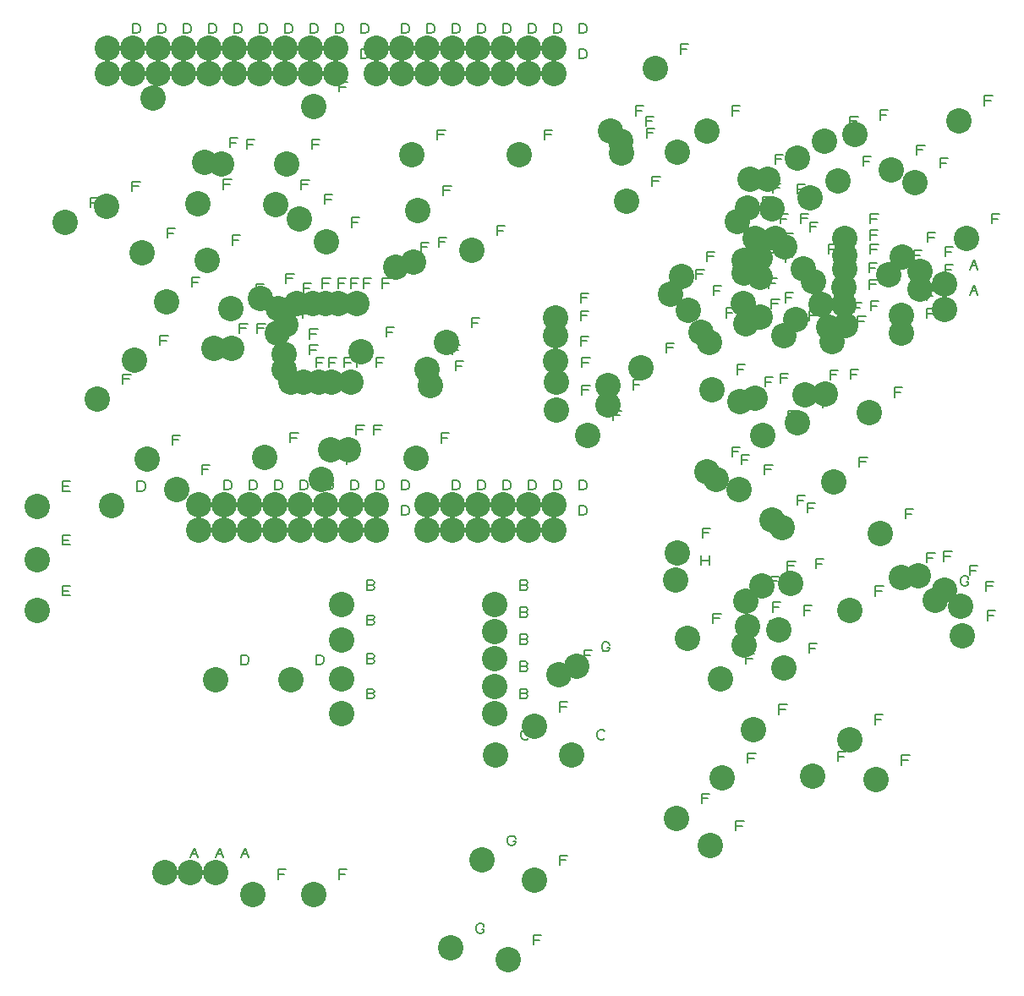
<source format=gbr>
%FSLAX23Y23*%
%MOIN*%
G04 EasyPC Gerber Version 17.0 Build 3379 *
%ADD77C,0.00500*%
%ADD76C,0.10000*%
X0Y0D02*
D02*
D76*
X464Y1678D03*
Y1878D03*
Y2091D03*
X575Y3209D03*
X702Y2514D03*
X739Y3274D03*
X740Y3795D03*
Y3895D03*
X759Y2092D03*
X840Y3795D03*
Y3895D03*
X849Y2665D03*
X877Y3089D03*
X897Y2275D03*
X920Y3701D03*
X940Y3795D03*
Y3895D03*
X968Y646D03*
X974Y2896D03*
X1013Y2157D03*
X1040Y3795D03*
Y3895D03*
X1068Y646D03*
X1098Y3282D03*
X1100Y1995D03*
Y2095D03*
X1124Y3445D03*
X1133Y3061D03*
X1140Y3795D03*
Y3895D03*
X1162Y2714D03*
X1168Y1407D03*
X1168Y646D03*
X1191Y3439D03*
X1200Y1995D03*
Y2095D03*
X1227Y2869D03*
X1232Y2714D03*
X1240Y3795D03*
Y3895D03*
X1300Y1995D03*
Y2095D03*
X1314Y561D03*
X1340Y3795D03*
Y3895D03*
X1345Y2910D03*
X1362Y2283D03*
X1400Y1995D03*
Y2095D03*
X1405Y3280D03*
X1412Y2773D03*
X1413Y2871D03*
X1439Y2628D03*
Y2691D03*
X1440Y3795D03*
Y3895D03*
X1446Y2807D03*
X1448Y3439D03*
X1463Y1407D03*
X1464Y2578D03*
X1489Y2891D03*
X1498Y3223D03*
X1500Y1995D03*
Y2095D03*
X1514Y2578D03*
X1540Y3795D03*
Y3895D03*
X1551Y2891D03*
X1554Y561D03*
X1556Y3666D03*
X1576Y2578D03*
X1583Y2196D03*
X1600Y1995D03*
Y2095D03*
X1601Y2891D03*
X1604Y3132D03*
X1622Y2314D03*
X1626Y2578D03*
X1640Y3795D03*
Y3895D03*
X1651Y2891D03*
X1664Y1274D03*
X1664Y1411D03*
Y1702D03*
X1664Y1564D03*
X1692Y2314D03*
X1700Y1995D03*
Y2095D03*
X1701Y2578D03*
X1726Y2891D03*
X1740Y2699D03*
X1800Y1995D03*
Y2095D03*
Y3795D03*
Y3895D03*
X1877Y3034D03*
X1900Y3795D03*
Y3895D03*
X1942Y3477D03*
X1947Y3054D03*
X1957Y2281D03*
X1966Y3257D03*
X2000Y1995D03*
Y2095D03*
Y3795D03*
Y3895D03*
X2001Y2628D03*
X2014Y2566D03*
X2077Y2736D03*
X2095Y348D03*
X2100Y1995D03*
Y2095D03*
Y3795D03*
Y3895D03*
X2177Y3099D03*
X2200Y1995D03*
Y2095D03*
Y3795D03*
Y3895D03*
X2219Y695D03*
X2268Y1381D03*
Y1488D03*
Y1702D03*
X2268Y1595D03*
X2268Y1274D03*
X2271Y1111D03*
X2300Y1995D03*
Y2095D03*
Y3795D03*
Y3895D03*
X2320Y303D03*
X2365Y3477D03*
X2400Y1995D03*
Y2095D03*
Y3795D03*
Y3895D03*
X2424Y617D03*
X2425Y1222D03*
X2500Y1995D03*
Y2095D03*
Y3795D03*
Y3895D03*
X2507Y2664D03*
Y2764D03*
Y2834D03*
X2512Y2579D03*
X2512Y2471D03*
X2521Y1425D03*
X2571Y1111D03*
X2590Y1458D03*
X2636Y2369D03*
X2714Y2491D03*
Y2566D03*
X2723Y3571D03*
X2763Y3530D03*
X2767Y3484D03*
X2789Y3294D03*
X2845Y2637D03*
X2900Y3815D03*
X2962Y2927D03*
X2982Y1799D03*
X2983Y861D03*
X2987Y1906D03*
Y3486D03*
X3005Y2997D03*
X3029Y1571D03*
X3030Y2862D03*
X3080Y2775D03*
X3104Y2227D03*
X3105Y3571D03*
X3114Y2735D03*
X3118Y752D03*
X3124Y2551D03*
X3140Y2196D03*
X3159Y1411D03*
X3166Y1019D03*
X3225Y3212D03*
X3232Y2157D03*
X3234Y2503D03*
X3249Y2891D03*
X3250Y3010D03*
X3252Y1542D03*
Y3061D03*
X3257Y1717D03*
X3259Y2810D03*
X3264Y1615D03*
X3265Y3267D03*
X3273Y3380D03*
X3289Y1211D03*
X3294Y3146D03*
X3295Y2517D03*
X3314Y2835D03*
X3315Y2993D03*
Y3068D03*
X3322Y1777D03*
X3324Y2369D03*
X3343Y3380D03*
X3360Y3262D03*
X3361Y2036D03*
X3375Y3147D03*
X3387Y1602D03*
X3401Y2006D03*
X3407Y1453D03*
X3408Y2764D03*
X3411Y3114D03*
X3433Y1786D03*
X3453Y2826D03*
X3460Y2419D03*
X3461Y3463D03*
X3484Y3026D03*
X3491Y2530D03*
X3510Y3307D03*
X3521Y1025D03*
X3523Y2975D03*
X3554Y2886D03*
X3569Y3530D03*
X3570Y2532D03*
X3584Y2796D03*
X3599Y2741D03*
X3606Y2187D03*
X3620Y3372D03*
X3644Y2952D03*
X3645Y2887D03*
X3648Y3081D03*
X3649Y3026D03*
Y3146D03*
X3650Y2802D03*
X3667Y1171D03*
X3669Y1678D03*
X3687Y3555D03*
X3744Y2461D03*
X3772Y1012D03*
X3787Y1983D03*
X3820Y3002D03*
X3831Y3417D03*
X3870Y2772D03*
Y2842D03*
X3871Y1809D03*
X3875Y3072D03*
X3924Y3366D03*
X3938Y1815D03*
X3944Y2946D03*
Y3016D03*
X4005Y1718D03*
X4040Y1759D03*
X4041Y2865D03*
Y2965D03*
X4099Y3611D03*
X4105Y1697D03*
X4111Y1581D03*
X4127Y3146D03*
D02*
D77*
X564Y1738D02*
Y1775D01*
X595*
X589Y1756D02*
X564D01*
Y1738D02*
X595D01*
X564Y1938D02*
Y1975D01*
X595*
X589Y1956D02*
X564D01*
Y1938D02*
X595D01*
X564Y2150D02*
Y2188D01*
X595*
X589Y2169D02*
X564D01*
Y2150D02*
X595D01*
X675Y3269D02*
Y3306D01*
X707*
X700Y3287D02*
X675D01*
X802Y2574D02*
Y2611D01*
X833*
X827Y2592D02*
X802D01*
X839Y3334D02*
Y3371D01*
X870*
X864Y3352D02*
X839D01*
X840Y3855D02*
Y3892D01*
X859*
X865Y3889*
X868Y3886*
X871Y3880*
Y3867*
X868Y3861*
X865Y3858*
X859Y3855*
X840*
Y3955D02*
Y3992D01*
X859*
X865Y3989*
X868Y3986*
X871Y3980*
Y3967*
X868Y3961*
X865Y3958*
X859Y3955*
X840*
X859Y2151D02*
Y2189D01*
X877*
X884Y2186*
X887Y2182*
X890Y2176*
Y2164*
X887Y2157*
X884Y2154*
X877Y2151*
X859*
X940Y3855D02*
Y3892D01*
X959*
X965Y3889*
X968Y3886*
X971Y3880*
Y3867*
X968Y3861*
X965Y3858*
X959Y3855*
X940*
Y3955D02*
Y3992D01*
X959*
X965Y3989*
X968Y3986*
X971Y3980*
Y3967*
X968Y3961*
X965Y3958*
X959Y3955*
X940*
X949Y2725D02*
Y2762D01*
X980*
X974Y2743D02*
X949D01*
X977Y3149D02*
Y3186D01*
X1008*
X1002Y3167D02*
X977D01*
X997Y2334D02*
Y2371D01*
X1029*
X1022Y2353D02*
X997D01*
X1020Y3760D02*
Y3798D01*
X1051*
X1045Y3779D02*
X1020D01*
X1040Y3855D02*
Y3892D01*
X1059*
X1065Y3889*
X1068Y3886*
X1071Y3880*
Y3867*
X1068Y3861*
X1065Y3858*
X1059Y3855*
X1040*
Y3955D02*
Y3992D01*
X1059*
X1065Y3989*
X1068Y3986*
X1071Y3980*
Y3967*
X1068Y3961*
X1065Y3958*
X1059Y3955*
X1040*
X1068Y705D02*
X1084Y743D01*
X1099Y705*
X1074Y721D02*
X1093D01*
X1074Y2955D02*
Y2993D01*
X1105*
X1099Y2974D02*
X1074D01*
X1113Y2217D02*
Y2254D01*
X1145*
X1138Y2235D02*
X1113D01*
X1140Y3855D02*
Y3892D01*
X1159*
X1165Y3889*
X1168Y3886*
X1171Y3880*
Y3867*
X1168Y3861*
X1165Y3858*
X1159Y3855*
X1140*
Y3955D02*
Y3992D01*
X1159*
X1165Y3989*
X1168Y3986*
X1171Y3980*
Y3967*
X1168Y3961*
X1165Y3958*
X1159Y3955*
X1140*
X1168Y705D02*
X1184Y743D01*
X1199Y705*
X1174Y721D02*
X1193D01*
X1198Y3341D02*
Y3379D01*
X1230*
X1223Y3360D02*
X1198D01*
X1200Y2055D02*
Y2092D01*
X1219*
X1225Y2089*
X1228Y2086*
X1231Y2080*
Y2067*
X1228Y2061*
X1225Y2058*
X1219Y2055*
X1200*
Y2155D02*
Y2192D01*
X1219*
X1225Y2189*
X1228Y2186*
X1231Y2180*
Y2167*
X1228Y2161*
X1225Y2158*
X1219Y2155*
X1200*
X1224Y3505D02*
Y3542D01*
X1256*
X1249Y3523D02*
X1224D01*
X1233Y3120D02*
Y3158D01*
X1264*
X1258Y3139D02*
X1233D01*
X1240Y3855D02*
Y3892D01*
X1259*
X1265Y3889*
X1268Y3886*
X1271Y3880*
Y3867*
X1268Y3861*
X1265Y3858*
X1259Y3855*
X1240*
Y3955D02*
Y3992D01*
X1259*
X1265Y3989*
X1268Y3986*
X1271Y3980*
Y3967*
X1268Y3961*
X1265Y3958*
X1259Y3955*
X1240*
X1262Y2774D02*
Y2811D01*
X1293*
X1287Y2792D02*
X1262D01*
X1268Y1467D02*
Y1504D01*
X1287*
X1293Y1501*
X1296Y1498*
X1299Y1492*
Y1479*
X1296Y1473*
X1293Y1470*
X1287Y1467*
X1268*
X1268Y705D02*
X1284Y743D01*
X1299Y705*
X1274Y721D02*
X1293D01*
X1291Y3498D02*
Y3536D01*
X1322*
X1316Y3517D02*
X1291D01*
X1300Y2055D02*
Y2092D01*
X1319*
X1325Y2089*
X1328Y2086*
X1331Y2080*
Y2067*
X1328Y2061*
X1325Y2058*
X1319Y2055*
X1300*
Y2155D02*
Y2192D01*
X1319*
X1325Y2189*
X1328Y2186*
X1331Y2180*
Y2167*
X1328Y2161*
X1325Y2158*
X1319Y2155*
X1300*
X1327Y2929D02*
Y2966D01*
X1358*
X1352Y2947D02*
X1327D01*
X1332Y2774D02*
Y2811D01*
X1363*
X1357Y2792D02*
X1332D01*
X1340Y3855D02*
Y3892D01*
X1359*
X1365Y3889*
X1368Y3886*
X1371Y3880*
Y3867*
X1368Y3861*
X1365Y3858*
X1359Y3855*
X1340*
Y3955D02*
Y3992D01*
X1359*
X1365Y3989*
X1368Y3986*
X1371Y3980*
Y3967*
X1368Y3961*
X1365Y3958*
X1359Y3955*
X1340*
X1400Y2055D02*
Y2092D01*
X1419*
X1425Y2089*
X1428Y2086*
X1431Y2080*
Y2067*
X1428Y2061*
X1425Y2058*
X1419Y2055*
X1400*
Y2155D02*
Y2192D01*
X1419*
X1425Y2189*
X1428Y2186*
X1431Y2180*
Y2167*
X1428Y2161*
X1425Y2158*
X1419Y2155*
X1400*
X1414Y620D02*
Y658D01*
X1445*
X1439Y639D02*
X1414D01*
X1440Y3855D02*
Y3892D01*
X1459*
X1465Y3889*
X1468Y3886*
X1471Y3880*
Y3867*
X1468Y3861*
X1465Y3858*
X1459Y3855*
X1440*
Y3955D02*
Y3992D01*
X1459*
X1465Y3989*
X1468Y3986*
X1471Y3980*
Y3967*
X1468Y3961*
X1465Y3958*
X1459Y3955*
X1440*
X1445Y2969D02*
Y3007D01*
X1477*
X1470Y2988D02*
X1445D01*
X1462Y2343D02*
Y2380D01*
X1493*
X1487Y2361D02*
X1462D01*
X1500Y2055D02*
Y2092D01*
X1519*
X1525Y2089*
X1528Y2086*
X1531Y2080*
Y2067*
X1528Y2061*
X1525Y2058*
X1519Y2055*
X1500*
Y2155D02*
Y2192D01*
X1519*
X1525Y2189*
X1528Y2186*
X1531Y2180*
Y2167*
X1528Y2161*
X1525Y2158*
X1519Y2155*
X1500*
X1505Y3340D02*
Y3377D01*
X1537*
X1530Y3359D02*
X1505D01*
X1512Y2832D02*
Y2869D01*
X1543*
X1537Y2851D02*
X1512D01*
X1513Y2931D02*
Y2968D01*
X1544*
X1538Y2949D02*
X1513D01*
X1539Y2688D02*
Y2725D01*
X1570*
X1564Y2706D02*
X1539D01*
Y2750D02*
Y2788D01*
X1570*
X1564Y2769D02*
X1539D01*
X1540Y3855D02*
Y3892D01*
X1559*
X1565Y3889*
X1568Y3886*
X1571Y3880*
Y3867*
X1568Y3861*
X1565Y3858*
X1559Y3855*
X1540*
Y3955D02*
Y3992D01*
X1559*
X1565Y3989*
X1568Y3986*
X1571Y3980*
Y3967*
X1568Y3961*
X1565Y3958*
X1559Y3955*
X1540*
X1546Y2867D02*
Y2904D01*
X1578*
X1571Y2886D02*
X1546D01*
X1548Y3498D02*
Y3536D01*
X1579*
X1573Y3517D02*
X1548D01*
X1563Y1467D02*
Y1504D01*
X1582*
X1588Y1501*
X1591Y1498*
X1594Y1492*
Y1479*
X1591Y1473*
X1588Y1470*
X1582Y1467*
X1563*
X1564Y2638D02*
Y2675D01*
X1595*
X1589Y2656D02*
X1564D01*
X1589Y2950D02*
Y2988D01*
X1620*
X1614Y2969D02*
X1589D01*
X1598Y3282D02*
Y3320D01*
X1629*
X1623Y3301D02*
X1598D01*
X1600Y2055D02*
Y2092D01*
X1619*
X1625Y2089*
X1628Y2086*
X1631Y2080*
Y2067*
X1628Y2061*
X1625Y2058*
X1619Y2055*
X1600*
Y2155D02*
Y2192D01*
X1619*
X1625Y2189*
X1628Y2186*
X1631Y2180*
Y2167*
X1628Y2161*
X1625Y2158*
X1619Y2155*
X1600*
X1614Y2638D02*
Y2675D01*
X1645*
X1639Y2656D02*
X1614D01*
X1640Y3855D02*
Y3892D01*
X1659*
X1665Y3889*
X1668Y3886*
X1671Y3880*
Y3867*
X1668Y3861*
X1665Y3858*
X1659Y3855*
X1640*
Y3955D02*
Y3992D01*
X1659*
X1665Y3989*
X1668Y3986*
X1671Y3980*
Y3967*
X1668Y3961*
X1665Y3958*
X1659Y3955*
X1640*
X1651Y2950D02*
Y2988D01*
X1682*
X1676Y2969D02*
X1651D01*
X1654Y620D02*
Y658D01*
X1685*
X1679Y639D02*
X1654D01*
X1656Y3725D02*
Y3763D01*
X1688*
X1681Y3744D02*
X1656D01*
X1676Y2638D02*
Y2675D01*
X1707*
X1701Y2656D02*
X1676D01*
X1683Y2255D02*
Y2293D01*
X1714*
X1708Y2274D02*
X1683D01*
X1700Y2055D02*
Y2092D01*
X1719*
X1725Y2089*
X1728Y2086*
X1731Y2080*
Y2067*
X1728Y2061*
X1725Y2058*
X1719Y2055*
X1700*
Y2155D02*
Y2192D01*
X1719*
X1725Y2189*
X1728Y2186*
X1731Y2180*
Y2167*
X1728Y2161*
X1725Y2158*
X1719Y2155*
X1700*
X1701Y2950D02*
Y2988D01*
X1732*
X1726Y2969D02*
X1701D01*
X1704Y3191D02*
Y3229D01*
X1735*
X1729Y3210D02*
X1704D01*
X1722Y2374D02*
Y2411D01*
X1753*
X1747Y2392D02*
X1722D01*
X1726Y2638D02*
Y2675D01*
X1757*
X1751Y2656D02*
X1726D01*
X1740Y3855D02*
Y3892D01*
X1759*
X1765Y3889*
X1768Y3886*
X1771Y3880*
Y3867*
X1768Y3861*
X1765Y3858*
X1759Y3855*
X1740*
Y3955D02*
Y3992D01*
X1759*
X1765Y3989*
X1768Y3986*
X1771Y3980*
Y3967*
X1768Y3961*
X1765Y3958*
X1759Y3955*
X1740*
X1751Y2950D02*
Y2988D01*
X1782*
X1776Y2969D02*
X1751D01*
X1786Y1352D02*
X1792Y1349D01*
X1795Y1342*
X1792Y1336*
X1786Y1333*
X1764*
Y1370*
X1786*
X1792Y1367*
X1795Y1361*
X1792Y1355*
X1786Y1352*
X1764*
X1786Y1490D02*
X1792Y1486D01*
X1795Y1480*
X1792Y1474*
X1786Y1471*
X1764*
Y1508*
X1786*
X1792Y1505*
X1795Y1499*
X1792Y1493*
X1786Y1490*
X1764*
X1786Y1780D02*
X1792Y1777D01*
X1795Y1771*
X1792Y1764*
X1786Y1761*
X1764*
Y1799*
X1786*
X1792Y1796*
X1795Y1789*
X1792Y1783*
X1786Y1780*
X1764*
X1786Y1642D02*
X1792Y1639D01*
X1795Y1633*
X1792Y1627*
X1786Y1624*
X1764*
Y1661*
X1786*
X1792Y1658*
X1795Y1652*
X1792Y1645*
X1786Y1642*
X1764*
X1792Y2374D02*
Y2411D01*
X1823*
X1817Y2392D02*
X1792D01*
X1800Y2055D02*
Y2092D01*
X1819*
X1825Y2089*
X1828Y2086*
X1831Y2080*
Y2067*
X1828Y2061*
X1825Y2058*
X1819Y2055*
X1800*
Y2155D02*
Y2192D01*
X1819*
X1825Y2189*
X1828Y2186*
X1831Y2180*
Y2167*
X1828Y2161*
X1825Y2158*
X1819Y2155*
X1800*
X1801Y2638D02*
Y2675D01*
X1832*
X1826Y2656D02*
X1801D01*
X1826Y2950D02*
Y2988D01*
X1857*
X1851Y2969D02*
X1826D01*
X1840Y2758D02*
Y2796D01*
X1871*
X1865Y2777D02*
X1840D01*
X1900Y2055D02*
Y2092D01*
X1919*
X1925Y2089*
X1928Y2086*
X1931Y2080*
Y2067*
X1928Y2061*
X1925Y2058*
X1919Y2055*
X1900*
Y2155D02*
Y2192D01*
X1919*
X1925Y2189*
X1928Y2186*
X1931Y2180*
Y2167*
X1928Y2161*
X1925Y2158*
X1919Y2155*
X1900*
Y3855D02*
Y3892D01*
X1919*
X1925Y3889*
X1928Y3886*
X1931Y3880*
Y3867*
X1928Y3861*
X1925Y3858*
X1919Y3855*
X1900*
Y3955D02*
Y3992D01*
X1919*
X1925Y3989*
X1928Y3986*
X1931Y3980*
Y3967*
X1928Y3961*
X1925Y3958*
X1919Y3955*
X1900*
X1977Y3094D02*
Y3131D01*
X2008*
X2002Y3112D02*
X1977D01*
X2000Y3855D02*
Y3892D01*
X2019*
X2025Y3889*
X2028Y3886*
X2031Y3880*
Y3867*
X2028Y3861*
X2025Y3858*
X2019Y3855*
X2000*
Y3955D02*
Y3992D01*
X2019*
X2025Y3989*
X2028Y3986*
X2031Y3980*
Y3967*
X2028Y3961*
X2025Y3958*
X2019Y3955*
X2000*
X2042Y3537D02*
Y3574D01*
X2073*
X2067Y3555D02*
X2042D01*
X2047Y3114D02*
Y3151D01*
X2078*
X2072Y3132D02*
X2047D01*
X2057Y2340D02*
Y2378D01*
X2088*
X2082Y2359D02*
X2057D01*
X2066Y3316D02*
Y3354D01*
X2097*
X2091Y3335D02*
X2066D01*
X2100Y2055D02*
Y2092D01*
X2119*
X2125Y2089*
X2128Y2086*
X2131Y2080*
Y2067*
X2128Y2061*
X2125Y2058*
X2119Y2055*
X2100*
Y2155D02*
Y2192D01*
X2119*
X2125Y2189*
X2128Y2186*
X2131Y2180*
Y2167*
X2128Y2161*
X2125Y2158*
X2119Y2155*
X2100*
Y3855D02*
Y3892D01*
X2119*
X2125Y3889*
X2128Y3886*
X2131Y3880*
Y3867*
X2128Y3861*
X2125Y3858*
X2119Y3855*
X2100*
Y3955D02*
Y3992D01*
X2119*
X2125Y3989*
X2128Y3986*
X2131Y3980*
Y3967*
X2128Y3961*
X2125Y3958*
X2119Y3955*
X2100*
X2101Y2688D02*
Y2725D01*
X2132*
X2126Y2706D02*
X2101D01*
X2114Y2625D02*
Y2663D01*
X2145*
X2139Y2644D02*
X2114D01*
X2177Y2796D02*
Y2833D01*
X2208*
X2202Y2814D02*
X2177D01*
X2217Y423D02*
X2226D01*
Y420*
X2223Y414*
X2220Y411*
X2214Y407*
X2207*
X2201Y411*
X2198Y414*
X2195Y420*
Y432*
X2198Y439*
X2201Y442*
X2207Y445*
X2214*
X2220Y442*
X2223Y439*
X2226Y432*
X2200Y2055D02*
Y2092D01*
X2219*
X2225Y2089*
X2228Y2086*
X2231Y2080*
Y2067*
X2228Y2061*
X2225Y2058*
X2219Y2055*
X2200*
Y2155D02*
Y2192D01*
X2219*
X2225Y2189*
X2228Y2186*
X2231Y2180*
Y2167*
X2228Y2161*
X2225Y2158*
X2219Y2155*
X2200*
Y3855D02*
Y3892D01*
X2219*
X2225Y3889*
X2228Y3886*
X2231Y3880*
Y3867*
X2228Y3861*
X2225Y3858*
X2219Y3855*
X2200*
Y3955D02*
Y3992D01*
X2219*
X2225Y3989*
X2228Y3986*
X2231Y3980*
Y3967*
X2228Y3961*
X2225Y3958*
X2219Y3955*
X2200*
X2277Y3159D02*
Y3196D01*
X2308*
X2302Y3177D02*
X2277D01*
X2300Y2055D02*
Y2092D01*
X2319*
X2325Y2089*
X2328Y2086*
X2331Y2080*
Y2067*
X2328Y2061*
X2325Y2058*
X2319Y2055*
X2300*
Y2155D02*
Y2192D01*
X2319*
X2325Y2189*
X2328Y2186*
X2331Y2180*
Y2167*
X2328Y2161*
X2325Y2158*
X2319Y2155*
X2300*
Y3855D02*
Y3892D01*
X2319*
X2325Y3889*
X2328Y3886*
X2331Y3880*
Y3867*
X2328Y3861*
X2325Y3858*
X2319Y3855*
X2300*
Y3955D02*
Y3992D01*
X2319*
X2325Y3989*
X2328Y3986*
X2331Y3980*
Y3967*
X2328Y3961*
X2325Y3958*
X2319Y3955*
X2300*
X2341Y770D02*
X2350D01*
Y766*
X2347Y760*
X2344Y757*
X2338Y754*
X2332*
X2325Y757*
X2322Y760*
X2319Y766*
Y779*
X2322Y785*
X2325Y788*
X2332Y791*
X2338*
X2344Y788*
X2347Y785*
X2350Y779*
X2390Y1459D02*
X2396Y1456D01*
X2399Y1449*
X2396Y1443*
X2390Y1440*
X2368*
Y1478*
X2390*
X2396Y1474*
X2399Y1468*
X2396Y1462*
X2390Y1459*
X2368*
X2390Y1566D02*
X2396Y1563D01*
X2399Y1557*
X2396Y1550*
X2390Y1547*
X2368*
Y1585*
X2390*
X2396Y1582*
X2399Y1575*
X2396Y1569*
X2390Y1566*
X2368*
X2390Y1780D02*
X2396Y1777D01*
X2399Y1771*
X2396Y1764*
X2390Y1761*
X2368*
Y1799*
X2390*
X2396Y1796*
X2399Y1789*
X2396Y1783*
X2390Y1780*
X2368*
X2390Y1673D02*
X2396Y1670D01*
X2399Y1664*
X2396Y1657*
X2390Y1654*
X2368*
Y1692*
X2390*
X2396Y1689*
X2399Y1682*
X2396Y1676*
X2390Y1673*
X2368*
X2390Y1352D02*
X2396Y1349D01*
X2399Y1342*
X2396Y1336*
X2390Y1333*
X2368*
Y1370*
X2390*
X2396Y1367*
X2399Y1361*
X2396Y1355*
X2390Y1352*
X2368*
X2402Y1177D02*
X2399Y1174D01*
X2393Y1171*
X2383*
X2377Y1174*
X2374Y1177*
X2371Y1183*
Y1196*
X2374Y1202*
X2377Y1205*
X2383Y1208*
X2393*
X2399Y1205*
X2402Y1202*
X2400Y2055D02*
Y2092D01*
X2419*
X2425Y2089*
X2428Y2086*
X2431Y2080*
Y2067*
X2428Y2061*
X2425Y2058*
X2419Y2055*
X2400*
Y2155D02*
Y2192D01*
X2419*
X2425Y2189*
X2428Y2186*
X2431Y2180*
Y2167*
X2428Y2161*
X2425Y2158*
X2419Y2155*
X2400*
Y3855D02*
Y3892D01*
X2419*
X2425Y3889*
X2428Y3886*
X2431Y3880*
Y3867*
X2428Y3861*
X2425Y3858*
X2419Y3855*
X2400*
Y3955D02*
Y3992D01*
X2419*
X2425Y3989*
X2428Y3986*
X2431Y3980*
Y3967*
X2428Y3961*
X2425Y3958*
X2419Y3955*
X2400*
X2420Y362D02*
Y400D01*
X2451*
X2445Y381D02*
X2420D01*
X2465Y3536D02*
Y3574D01*
X2496*
X2490Y3555D02*
X2465D01*
X2500Y2055D02*
Y2092D01*
X2519*
X2525Y2089*
X2528Y2086*
X2531Y2080*
Y2067*
X2528Y2061*
X2525Y2058*
X2519Y2055*
X2500*
Y2155D02*
Y2192D01*
X2519*
X2525Y2189*
X2528Y2186*
X2531Y2180*
Y2167*
X2528Y2161*
X2525Y2158*
X2519Y2155*
X2500*
Y3855D02*
Y3892D01*
X2519*
X2525Y3889*
X2528Y3886*
X2531Y3880*
Y3867*
X2528Y3861*
X2525Y3858*
X2519Y3855*
X2500*
Y3955D02*
Y3992D01*
X2519*
X2525Y3989*
X2528Y3986*
X2531Y3980*
Y3967*
X2528Y3961*
X2525Y3958*
X2519Y3955*
X2500*
X2524Y677D02*
Y714D01*
X2555*
X2549Y695D02*
X2524D01*
X2525Y1281D02*
Y1319D01*
X2556*
X2550Y1300D02*
X2525D01*
X2600Y2055D02*
Y2092D01*
X2619*
X2625Y2089*
X2628Y2086*
X2631Y2080*
Y2067*
X2628Y2061*
X2625Y2058*
X2619Y2055*
X2600*
Y2155D02*
Y2192D01*
X2619*
X2625Y2189*
X2628Y2186*
X2631Y2180*
Y2167*
X2628Y2161*
X2625Y2158*
X2619Y2155*
X2600*
Y3855D02*
Y3892D01*
X2619*
X2625Y3889*
X2628Y3886*
X2631Y3880*
Y3867*
X2628Y3861*
X2625Y3858*
X2619Y3855*
X2600*
Y3955D02*
Y3992D01*
X2619*
X2625Y3989*
X2628Y3986*
X2631Y3980*
Y3967*
X2628Y3961*
X2625Y3958*
X2619Y3955*
X2600*
X2607Y2724D02*
Y2761D01*
X2638*
X2632Y2742D02*
X2607D01*
Y2824D02*
Y2861D01*
X2638*
X2632Y2842D02*
X2607D01*
Y2894D02*
Y2931D01*
X2638*
X2632Y2912D02*
X2607D01*
X2612Y2639D02*
Y2676D01*
X2643*
X2637Y2657D02*
X2612D01*
X2612Y2530D02*
Y2567D01*
X2644*
X2637Y2549D02*
X2612D01*
X2621Y1484D02*
Y1522D01*
X2652*
X2646Y1503D02*
X2621D01*
X2702Y1177D02*
X2699Y1174D01*
X2693Y1171*
X2683*
X2677Y1174*
X2674Y1177*
X2671Y1183*
Y1196*
X2674Y1202*
X2677Y1205*
X2683Y1208*
X2693*
X2699Y1205*
X2702Y1202*
X2712Y1533D02*
X2721D01*
Y1530*
X2718Y1524*
X2715Y1521*
X2708Y1518*
X2702*
X2696Y1521*
X2693Y1524*
X2690Y1530*
Y1543*
X2693Y1549*
X2696Y1552*
X2702Y1555*
X2708*
X2715Y1552*
X2718Y1549*
X2721Y1543*
X2736Y2429D02*
Y2466D01*
X2767*
X2761Y2448D02*
X2736D01*
X2814Y2550D02*
Y2588D01*
X2845*
X2839Y2569D02*
X2814D01*
Y2625D02*
Y2663D01*
X2845*
X2839Y2644D02*
X2814D01*
X2823Y3631D02*
Y3668D01*
X2854*
X2848Y3649D02*
X2823D01*
X2863Y3589D02*
Y3627D01*
X2894*
X2888Y3608D02*
X2863D01*
X2867Y3543D02*
Y3581D01*
X2898*
X2892Y3562D02*
X2867D01*
X2889Y3354D02*
Y3391D01*
X2921*
X2914Y3372D02*
X2889D01*
X2945Y2697D02*
Y2734D01*
X2976*
X2970Y2715D02*
X2945D01*
X3000Y3874D02*
Y3912D01*
X3032*
X3025Y3893D02*
X3000D01*
X3062Y2987D02*
Y3024D01*
X3093*
X3087Y3005D02*
X3062D01*
X3082Y1858D02*
Y1896D01*
Y1877D02*
X3113D01*
Y1858D02*
Y1896D01*
X3083Y920D02*
Y957D01*
X3114*
X3108Y939D02*
X3083D01*
X3087Y1966D02*
Y2003D01*
X3118*
X3112Y1985D02*
X3087D01*
Y3546D02*
Y3583D01*
X3118*
X3112Y3565D02*
X3087D01*
X3105Y3057D02*
Y3094D01*
X3136*
X3130Y3075D02*
X3105D01*
X3129Y1630D02*
Y1667D01*
X3160*
X3154Y1649D02*
X3129D01*
X3130Y2922D02*
Y2959D01*
X3161*
X3155Y2940D02*
X3130D01*
X3180Y2834D02*
Y2872D01*
X3211*
X3205Y2853D02*
X3180D01*
X3204Y2287D02*
Y2324D01*
X3235*
X3229Y2305D02*
X3204D01*
X3205Y3631D02*
Y3668D01*
X3236*
X3230Y3649D02*
X3205D01*
X3214Y2794D02*
Y2832D01*
X3245*
X3239Y2813D02*
X3214D01*
X3218Y812D02*
Y849D01*
X3250*
X3243Y831D02*
X3218D01*
X3224Y2610D02*
Y2648D01*
X3255*
X3249Y2629D02*
X3224D01*
X3240Y2255D02*
Y2293D01*
X3271*
X3265Y2274D02*
X3240D01*
X3259Y1470D02*
Y1508D01*
X3290*
X3284Y1489D02*
X3259D01*
X3266Y1078D02*
Y1116D01*
X3298*
X3291Y1097D02*
X3266D01*
X3325Y3272D02*
Y3309D01*
X3356*
X3350Y3290D02*
X3325D01*
X3332Y2217D02*
Y2254D01*
X3364*
X3357Y2235D02*
X3332D01*
X3334Y2562D02*
Y2600D01*
X3365*
X3359Y2581D02*
X3334D01*
X3349Y2950D02*
Y2988D01*
X3380*
X3374Y2969D02*
X3349D01*
X3350Y3069D02*
Y3107D01*
X3381*
X3375Y3088D02*
X3350D01*
X3352Y1601D02*
Y1639D01*
X3384*
X3377Y1620D02*
X3352D01*
Y3120D02*
Y3158D01*
X3384*
X3377Y3139D02*
X3352D01*
X3357Y1777D02*
Y1814D01*
X3389*
X3382Y1795D02*
X3357D01*
X3359Y2869D02*
Y2907D01*
X3390*
X3384Y2888D02*
X3359D01*
X3364Y1674D02*
Y1712D01*
X3396*
X3389Y1693D02*
X3364D01*
X3365Y3327D02*
Y3364D01*
X3396*
X3390Y3345D02*
X3365D01*
X3373Y3440D02*
Y3477D01*
X3404*
X3398Y3458D02*
X3373D01*
X3389Y1270D02*
Y1308D01*
X3420*
X3414Y1289D02*
X3389D01*
X3394Y3205D02*
Y3243D01*
X3425*
X3419Y3224D02*
X3394D01*
X3395Y2576D02*
Y2614D01*
X3426*
X3420Y2595D02*
X3395D01*
X3414Y2894D02*
Y2932D01*
X3445*
X3439Y2913D02*
X3414D01*
X3415Y3053D02*
Y3090D01*
X3446*
X3440Y3072D02*
X3415D01*
Y3128D02*
Y3165D01*
X3446*
X3440Y3146D02*
X3415D01*
X3422Y1837D02*
Y1874D01*
X3454*
X3447Y1855D02*
X3422D01*
X3424Y2429D02*
Y2466D01*
X3455*
X3449Y2448D02*
X3424D01*
X3443Y3440D02*
Y3477D01*
X3474*
X3468Y3458D02*
X3443D01*
X3460Y3322D02*
Y3359D01*
X3491*
X3485Y3340D02*
X3460D01*
X3461Y2096D02*
Y2133D01*
X3492*
X3486Y2114D02*
X3461D01*
X3475Y3206D02*
Y3244D01*
X3506*
X3500Y3225D02*
X3475D01*
X3487Y1661D02*
Y1699D01*
X3518*
X3512Y1680D02*
X3487D01*
X3501Y2066D02*
Y2103D01*
X3532*
X3526Y2084D02*
X3501D01*
X3507Y1513D02*
Y1550D01*
X3538*
X3532Y1531D02*
X3507D01*
X3508Y2823D02*
Y2861D01*
X3540*
X3533Y2842D02*
X3508D01*
X3511Y3174D02*
Y3211D01*
X3542*
X3536Y3193D02*
X3511D01*
X3533Y1846D02*
Y1883D01*
X3564*
X3558Y1864D02*
X3533D01*
X3553Y2886D02*
Y2923D01*
X3585*
X3578Y2904D02*
X3553D01*
X3560Y2479D02*
Y2516D01*
X3591*
X3585Y2497D02*
X3560D01*
X3561Y3522D02*
Y3560D01*
X3592*
X3586Y3541D02*
X3561D01*
X3584Y3085D02*
Y3123D01*
X3615*
X3609Y3104D02*
X3584D01*
X3591Y2590D02*
Y2627D01*
X3622*
X3616Y2609D02*
X3591D01*
X3610Y3367D02*
Y3404D01*
X3641*
X3635Y3385D02*
X3610D01*
X3621Y1085D02*
Y1122D01*
X3652*
X3646Y1103D02*
X3621D01*
X3623Y3034D02*
Y3072D01*
X3654*
X3648Y3053D02*
X3623D01*
X3654Y2945D02*
Y2983D01*
X3685*
X3679Y2964D02*
X3654D01*
X3669Y3589D02*
Y3627D01*
X3701*
X3694Y3608D02*
X3669D01*
X3670Y2592D02*
Y2629D01*
X3701*
X3695Y2610D02*
X3670D01*
X3684Y2855D02*
Y2893D01*
X3715*
X3709Y2874D02*
X3684D01*
X3699Y2800D02*
Y2838D01*
X3730*
X3724Y2819D02*
X3699D01*
X3706Y2247D02*
Y2284D01*
X3737*
X3731Y2265D02*
X3706D01*
X3720Y3432D02*
Y3469D01*
X3751*
X3745Y3450D02*
X3720D01*
X3744Y3012D02*
Y3049D01*
X3776*
X3769Y3030D02*
X3744D01*
X3745Y2947D02*
Y2984D01*
X3776*
X3770Y2965D02*
X3745D01*
X3748Y3140D02*
Y3178D01*
X3779*
X3773Y3159D02*
X3748D01*
X3749Y3085D02*
Y3123D01*
X3780*
X3774Y3104D02*
X3749D01*
Y3205D02*
Y3243D01*
X3780*
X3774Y3224D02*
X3749D01*
X3750Y2862D02*
Y2899D01*
X3781*
X3775Y2880D02*
X3750D01*
X3767Y1231D02*
Y1268D01*
X3798*
X3792Y1249D02*
X3767D01*
X3769Y1737D02*
Y1775D01*
X3800*
X3794Y1756D02*
X3769D01*
X3787Y3614D02*
Y3652D01*
X3818*
X3812Y3633D02*
X3787D01*
X3844Y2520D02*
Y2558D01*
X3875*
X3869Y2539D02*
X3844D01*
X3872Y1071D02*
Y1108D01*
X3903*
X3897Y1090D02*
X3872D01*
X3887Y2042D02*
Y2080D01*
X3918*
X3912Y2061D02*
X3887D01*
X3920Y3062D02*
Y3099D01*
X3951*
X3945Y3080D02*
X3920D01*
X3931Y3476D02*
Y3513D01*
X3963*
X3956Y3495D02*
X3931D01*
X3970Y2832D02*
Y2869D01*
X4001*
X3995Y2850D02*
X3970D01*
Y2902D02*
Y2939D01*
X4001*
X3995Y2920D02*
X3970D01*
X3971Y1868D02*
Y1906D01*
X4003*
X3996Y1887D02*
X3971D01*
X3975Y3132D02*
Y3169D01*
X4006*
X4000Y3150D02*
X3975D01*
X4024Y3425D02*
Y3463D01*
X4055*
X4049Y3444D02*
X4024D01*
X4038Y1874D02*
Y1912D01*
X4070*
X4063Y1893D02*
X4038D01*
X4044Y3005D02*
Y3043D01*
X4075*
X4069Y3024D02*
X4044D01*
Y3075D02*
Y3113D01*
X4075*
X4069Y3094D02*
X4044D01*
X4127Y1793D02*
X4136D01*
Y1790*
X4133Y1784*
X4130Y1780*
X4124Y1777*
X4117*
X4111Y1780*
X4108Y1784*
X4105Y1790*
Y1802*
X4108Y1809*
X4111Y1812*
X4117Y1815*
X4124*
X4130Y1812*
X4133Y1809*
X4136Y1802*
X4140Y1819D02*
Y1856D01*
X4171*
X4165Y1837D02*
X4140D01*
X4141Y2924D02*
X4157Y2962D01*
X4172Y2924*
X4147Y2940D02*
X4166D01*
X4141Y3024D02*
X4157Y3062D01*
X4172Y3024*
X4147Y3040D02*
X4166D01*
X4199Y3671D02*
Y3708D01*
X4230*
X4224Y3689D02*
X4199D01*
X4205Y1756D02*
Y1794D01*
X4236*
X4230Y1775D02*
X4205D01*
X4211Y1640D02*
Y1678D01*
X4242*
X4236Y1659D02*
X4211D01*
X4227Y3205D02*
Y3243D01*
X4258*
X4252Y3224D02*
X4227D01*
X0Y0D02*
M02*

</source>
